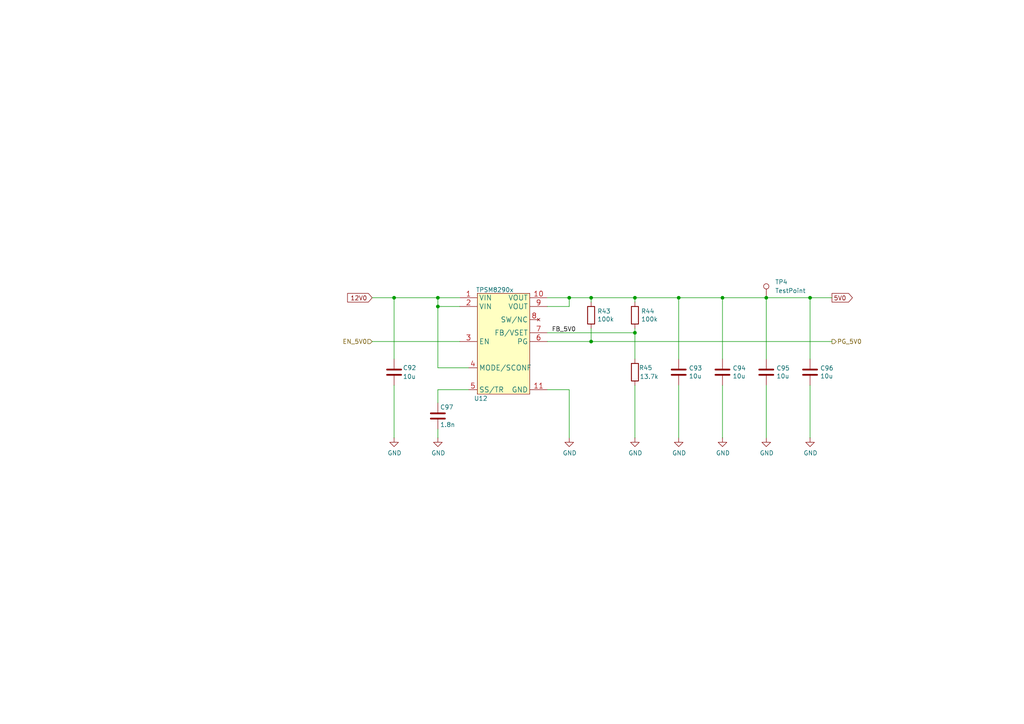
<source format=kicad_sch>
(kicad_sch (version 20231120) (generator "eeschema") (generator_version "8.0")
  (paper "A4")
  (title_block (title "Open MOtor DRiver Initiative  - Single Axis (OMODRI_SA)") (date "2025-03-06") (rev "1.0") (company "LAAS/CNRS"))
  (lib_symbols
    (symbol "Connector:TestPoint" (pin_numbers hide) (pin_names (offset 0.762) hide)
      (property "Reference" "TP" (at 0 6.858 0))
      (property "Value" "TestPoint" (at 0 5.08 0))
      (symbol "TestPoint_0_1"
        (circle (center 0 3.302) (radius 0.762))
      )
      (symbol "TestPoint_1_1"
        (pin passive line (at 0 0 90) (length 2.54) (name "1") (number "1"))
      )
    )
    (symbol "Device:C" (pin_numbers hide) (pin_names (offset 0.254))
      (property "Reference" "C" (at 0.635 2.54 0))
      (property "Value" "C" (at 0.635 -2.54 0))
      (symbol "C_0_1"
        (polyline (pts (xy -2.032 -0.762) (xy 2.032 -0.762)) (stroke (width 0.508)))
        (polyline (pts (xy -2.032 0.762) (xy 2.032 0.762)) (stroke (width 0.508)))
      )
      (symbol "C_1_1"
        (pin passive line (at 0 3.81 270) (length 2.794) (name "~") (number "1"))
        (pin passive line (at 0 -3.81 90) (length 2.794) (name "~") (number "2"))
      )
    )
    (symbol "Device:R" (pin_numbers hide) (pin_names (offset 0))
      (property "Reference" "R" (at 2.032 0 90))
      (property "Value" "R" (at 0 0 90))
      (symbol "R_0_1"
        (rectangle (start -1.016 -2.54) (end 1.016 2.54) (stroke (width 0.254)))
      )
      (symbol "R_1_1"
        (pin passive line (at 0 3.81 270) (length 1.27) (name "~") (number "1"))
        (pin passive line (at 0 -3.81 90) (length 1.27) (name "~") (number "2"))
      )
    )
    (symbol "omodri_lib:TPSM8290x"
      (property "Reference" "U" (at 0 8.89 0))
      (property "Value" "TPSM8290x" (at 0 10.795 0))
      (symbol "TPSM8290x_1_1"
        (rectangle (start -7.62 7.62) (end 7.62 -21.59) (stroke (width 0.1524)) (fill (type background)))
        (pin power_in line (at -12.7 6.35 0) (length 5.08) (name "VIN") (number "1"))
        (pin passive line (at 12.7 6.35 180) (length 5.08) (name "VOUT") (number "10"))
        (pin passive line (at 12.7 -20.32 180) (length 5.08) (name "GND") (number "11"))
        (pin power_in line (at -12.7 3.81 0) (length 5.08) (name "VIN") (number "2"))
        (pin input line (at -12.7 -6.35 0) (length 5.08) (name "EN") (number "3"))
        (pin input line (at -10.16 -13.97 0) (length 2.54) (name "MODE/SCONF") (number "4"))
        (pin input line (at -10.16 -20.32 0) (length 2.54) (name "SS/TR") (number "5"))
        (pin open_collector line (at 12.7 -6.35 180) (length 5.08) (name "PG") (number "6"))
        (pin input line (at 12.7 -3.81 180) (length 5.08) (name "FB/VSET") (number "7"))
        (pin no_connect line (at 10.16 0 180) (length 2.54) (name "SW/NC") (number "8"))
        (pin passive line (at 12.7 3.81 180) (length 5.08) (name "VOUT") (number "9"))
      )
    )
    (symbol "power:GND" (power) (pin_numbers hide) (pin_names (offset 0) hide)
      (property "Value" "GND" (at 0 -3.81 0))
      (symbol "GND_0_1"
        (polyline (pts (xy 0 0) (xy 0 -1.27) (xy 1.27 -1.27) (xy 0 -2.54) (xy -1.27 -1.27) (xy 0 -1.27)))
      )
      (symbol "GND_1_1"
        (pin power_in line (at 0 0 270) (length 0) (name "~") (number "1"))
      )
    )
  )
  (junction (at 184.15 86.36))
  (junction (at 114.3 86.36))
  (junction (at 171.45 86.36))
  (junction (at 184.15 96.52))
  (junction (at 171.45 99.06))
  (junction (at 209.55 86.36))
  (junction (at 127 86.36))
  (junction (at 222.25 86.36))
  (junction (at 165.1 86.36))
  (junction (at 196.85 86.36))
  (junction (at 127 88.9))
  (junction (at 234.95 86.36))
  (wire (pts (xy 158.75 96.52) (xy 184.15 96.52)))
  (wire (pts (xy 209.55 86.36) (xy 222.25 86.36)))
  (wire (pts (xy 127 86.36) (xy 133.35 86.36)))
  (wire (pts (xy 222.25 86.36) (xy 234.95 86.36)))
  (wire (pts (xy 135.89 106.68) (xy 127 106.68)))
  (wire (pts (xy 158.75 88.9) (xy 165.1 88.9)))
  (wire (pts (xy 114.3 86.36) (xy 127 86.36)))
  (wire (pts (xy 171.45 86.36) (xy 184.15 86.36)))
  (wire (pts (xy 184.15 96.52) (xy 184.15 95.25)))
  (wire (pts (xy 196.85 111.76) (xy 196.85 127)))
  (wire (pts (xy 165.1 127) (xy 165.1 113.03)))
  (wire (pts (xy 107.95 86.36) (xy 114.3 86.36)))
  (wire (pts (xy 171.45 95.25) (xy 171.45 99.06)))
  (wire (pts (xy 196.85 86.36) (xy 196.85 104.14)))
  (wire (pts (xy 114.3 111.76) (xy 114.3 127)))
  (wire (pts (xy 165.1 88.9) (xy 165.1 86.36)))
  (wire (pts (xy 184.15 111.76) (xy 184.15 127)))
  (wire (pts (xy 127 113.03) (xy 135.89 113.03)))
  (wire (pts (xy 209.55 86.36) (xy 209.55 104.14)))
  (wire (pts (xy 127 88.9) (xy 133.35 88.9)))
  (wire (pts (xy 158.75 113.03) (xy 165.1 113.03)))
  (wire (pts (xy 107.95 99.06) (xy 133.35 99.06)))
  (wire (pts (xy 127 124.46) (xy 127 127)))
  (wire (pts (xy 127 113.03) (xy 127 116.84)))
  (wire (pts (xy 114.3 86.36) (xy 114.3 104.14)))
  (wire (pts (xy 209.55 111.76) (xy 209.55 127)))
  (wire (pts (xy 171.45 99.06) (xy 241.3 99.06)))
  (wire (pts (xy 127 86.36) (xy 127 88.9)))
  (wire (pts (xy 234.95 111.76) (xy 234.95 127)))
  (wire (pts (xy 222.25 86.36) (xy 222.25 104.14)))
  (wire (pts (xy 127 88.9) (xy 127 106.68)))
  (wire (pts (xy 234.95 86.36) (xy 234.95 104.14)))
  (wire (pts (xy 234.95 86.36) (xy 241.3 86.36)))
  (wire (pts (xy 196.85 86.36) (xy 209.55 86.36)))
  (wire (pts (xy 184.15 86.36) (xy 184.15 87.63)))
  (wire (pts (xy 171.45 86.36) (xy 171.45 87.63)))
  (wire (pts (xy 184.15 96.52) (xy 184.15 104.14)))
  (wire (pts (xy 165.1 86.36) (xy 171.45 86.36)))
  (wire (pts (xy 184.15 86.36) (xy 196.85 86.36)))
  (wire (pts (xy 158.75 99.06) (xy 171.45 99.06)))
  (wire (pts (xy 222.25 111.76) (xy 222.25 127)))
  (wire (pts (xy 158.75 86.36) (xy 165.1 86.36)))
  (label "FB_5V0" (at 160.02 96.52 0))
  (global_label "12V0" (shape input) (at 107.95 86.36 180) (property "Intersheetrefs" "${INTERSHEET_REFS}" (effects (hide yes))) (property "Références Inter-Feuilles" "${INTERSHEET_REFS}" (effects (hide yes))))
  (global_label "5V0" (shape output) (at 241.3 86.36 0) (property "Intersheetrefs" "${INTERSHEET_REFS}" (effects (hide yes))) (property "Références Inter-Feuilles" "${INTERSHEET_REFS}" (effects (hide yes))))
  (hierarchical_label "PG_5V0" (shape output) (at 241.3 99.06 0))
  (hierarchical_label "EN_5V0" (shape input) (at 107.95 99.06 180))
  (symbol (lib_id "Device:C") (at 196.85 107.95 0) (unit 1)
    (property "Reference" "C93" (at 199.771 106.7816 0) (effects (justify left)))
    (property "Value" "10u" (at 199.771 109.093 0) (effects (justify left)))
    (property "Footprint" "Capacitor_SMD:C_0402_1005Metric" (effects (hide yes)))
    (property "Datasheet" "https://www.murata.com/en-eu/products/productdetail?partno=GRM155R61A106ME11%23" (effects (hide yes)))
    (property "Description" "0402, 10uf, 10V,  ±20%, X5R, SMD MLCC" (effects (hide yes)))
    (property "DigiKey" "490-GRM155R61A106ME11DCT-ND" (effects (hide yes)))
    (property "Farnell" "3785802" (effects (hide yes)))
    (property "Mouser" "81-GRM155R61A106ME1D" (effects (hide yes)))
    (property "Part No" "GRM155R61A106ME11D" (effects (hide yes)))
    (property "RS" "260-8765" (effects (hide yes)))
    (property "LCSC" "C408132" (effects (hide yes)))
    (property "Manufacturer" "MURATA" (effects (hide yes)))
    (property "Assembling" "SMD" (effects (hide yes)))
  )
  (symbol (lib_id "power:GND") (at 234.95 127 0) (unit 1)
    (property "Reference" "#PWR0141" (effects (hide yes)))
    (property "Value" "GND" (at 235.077 131.3942 0))
    (property "Description" "Power symbol creates a global label with name \"GND\" , ground" (effects (hide yes)))
  )
  (symbol (lib_id "Device:C") (at 209.55 107.95 0) (unit 1)
    (property "Reference" "C94" (at 212.471 106.7816 0) (effects (justify left)))
    (property "Value" "10u" (at 212.471 109.093 0) (effects (justify left)))
    (property "Footprint" "Capacitor_SMD:C_0402_1005Metric" (effects (hide yes)))
    (property "Datasheet" "https://www.murata.com/en-eu/products/productdetail?partno=GRM155R61A106ME11%23" (effects (hide yes)))
    (property "Description" "0402, 10uf, 10V,  ±20%, X5R, SMD MLCC" (effects (hide yes)))
    (property "DigiKey" "490-GRM155R61A106ME11DCT-ND" (effects (hide yes)))
    (property "Farnell" "3785802" (effects (hide yes)))
    (property "Mouser" "81-GRM155R61A106ME1D" (effects (hide yes)))
    (property "Part No" "GRM155R61A106ME11D" (effects (hide yes)))
    (property "RS" "260-8765" (effects (hide yes)))
    (property "LCSC" "C408132" (effects (hide yes)))
    (property "Manufacturer" "MURATA" (effects (hide yes)))
    (property "Assembling" "SMD" (effects (hide yes)))
  )
  (symbol (lib_id "power:GND") (at 184.15 127 0) (unit 1)
    (property "Reference" "#PWR0137" (effects (hide yes)))
    (property "Value" "GND" (at 184.277 131.3942 0))
    (property "Description" "Power symbol creates a global label with name \"GND\" , ground" (effects (hide yes)))
  )
  (symbol (lib_id "Connector:TestPoint") (at 222.25 86.36 0) (unit 1) (in_bom no)
    (property "Reference" "TP4" (at 224.79 81.7879 0) (effects (justify left)))
    (property "Value" "TestPoint" (at 224.79 84.3279 0) (effects (justify left)))
    (property "Footprint" "TestPoint:TestPoint_Pad_D1.0mm" (effects (hide yes)))
    (property "Description" "test point" (effects (hide yes)))
    (property "Assembling" "SMD" (effects (hide yes)))
  )
  (symbol (lib_id "power:GND") (at 209.55 127 0) (unit 1)
    (property "Reference" "#PWR0139" (effects (hide yes)))
    (property "Value" "GND" (at 209.677 131.3942 0))
    (property "Description" "Power symbol creates a global label with name \"GND\" , ground" (effects (hide yes)))
  )
  (symbol (lib_id "power:GND") (at 114.3 127 0) (unit 1)
    (property "Reference" "#PWR0134" (effects (hide yes)))
    (property "Value" "GND" (at 114.427 131.3942 0))
    (property "Description" "Power symbol creates a global label with name \"GND\" , ground" (effects (hide yes)))
  )
  (symbol (lib_id "Device:C") (at 234.95 107.95 0) (unit 1)
    (property "Reference" "C96" (at 237.871 106.7816 0) (effects (justify left)))
    (property "Value" "10u" (at 237.871 109.093 0) (effects (justify left)))
    (property "Footprint" "Capacitor_SMD:C_0402_1005Metric" (effects (hide yes)))
    (property "Datasheet" "https://www.murata.com/en-eu/products/productdetail?partno=GRM155R61A106ME11%23" (effects (hide yes)))
    (property "Description" "0402, 10uf, 10V,  ±20%, X5R, SMD MLCC" (effects (hide yes)))
    (property "DigiKey" "490-GRM155R61A106ME11DCT-ND" (effects (hide yes)))
    (property "Farnell" "3785802" (effects (hide yes)))
    (property "Mouser" "81-GRM155R61A106ME1D" (effects (hide yes)))
    (property "Part No" "GRM155R61A106ME11D" (effects (hide yes)))
    (property "RS" "260-8765" (effects (hide yes)))
    (property "LCSC" "C408132" (effects (hide yes)))
    (property "Manufacturer" "MURATA" (effects (hide yes)))
    (property "Assembling" "SMD" (effects (hide yes)))
  )
  (symbol (lib_id "Device:C") (at 127 120.65 0) (unit 1)
    (property "Reference" "C97" (at 127.635 118.11 0) (effects (justify left)))
    (property "Value" "1.8n" (at 127.635 123.19 0) (effects (justify left)))
    (property "Footprint" "Capacitor_SMD:C_0201_0603Metric" (effects (hide yes)))
    (property "Datasheet" "https://www.murata.com/en-eu/products/productdetail?partno=GRM033R71E182KA12%23" (effects (hide yes)))
    (property "Description" "0201, 1800pF, 25V, ±10%, X7R, SMD MLCC" (effects (hide yes)))
    (property "DigiKey" "490-GRM033R71E182KA12DTR-ND" (effects (hide yes)))
    (property "Farnell" "2999522" (effects (hide yes)))
    (property "Mouser" "81-GRM033R71E182KA2D" (effects (hide yes)))
    (property "Part No" "GRM033R71E182KA12D" (effects (hide yes)))
    (property "LCSC" "C237560" (effects (hide yes)))
    (property "Manufacturer" "MURATA" (effects (hide yes)))
    (property "Assembling" "SMD" (effects (hide yes)))
  )
  (symbol (lib_id "Device:R") (at 184.15 107.95 180) (unit 1)
    (property "Reference" "R45" (at 189.23 106.68 0) (effects (justify left)))
    (property "Value" "13.7k" (at 191.008 109.22 0) (effects (justify left)))
    (property "Footprint" "Resistor_SMD:R_0201_0603Metric" (effects (hide yes)))
    (property "Datasheet" "https://industrial.panasonic.com/sa/products/pt/general-purpose-chip-resistors/models/ERJ1GNF1372C" (effects (hide yes)))
    (property "Description" "0201, 13.7kΩ, 0.05W, ±1%, SMD  resistor" (effects (hide yes)))
    (property "DigiKey" "P122722CT-ND" (effects (hide yes)))
    (property "Farnell" "3335096" (effects (hide yes)))
    (property "Mouser" "667-ERJ-1GNF1372C" (effects (hide yes)))
    (property "Part No" "ERJ1GNF1372C" (effects (hide yes)))
    (property "LCSC" "C4292942" (effects (hide yes)))
    (property "Manufacturer" "PANASONIC" (effects (hide yes)))
    (property "Assembling" "SMD" (effects (hide yes)))
  )
  (symbol (lib_id "power:GND") (at 165.1 127 0) (unit 1)
    (property "Reference" "#PWR0136" (effects (hide yes)))
    (property "Value" "GND" (at 165.227 131.3942 0))
    (property "Description" "Power symbol creates a global label with name \"GND\" , ground" (effects (hide yes)))
  )
  (symbol (lib_id "Device:R") (at 171.45 91.44 0) (unit 1)
    (property "Reference" "R43" (at 173.228 90.2716 0) (effects (justify left)))
    (property "Value" "100k" (at 173.228 92.583 0) (effects (justify left)))
    (property "Footprint" "Resistor_SMD:R_0201_0603Metric" (effects (hide yes)))
    (property "Datasheet" "https://industrial.panasonic.com/sa/products/pt/general-purpose-chip-resistors/models/ERJ1GNF1003C" (effects (hide yes)))
    (property "Description" "0201, 100kΩ, 0.05W, ±1%, SMD  resistor" (effects (hide yes)))
    (property "DigiKey" "P122655CT-ND" (effects (hide yes)))
    (property "Farnell" "2302389" (effects (hide yes)))
    (property "Mouser" "667-ERJ-1GNF1003C" (effects (hide yes)))
    (property "Part No" "ERJ1GNF1003C" (effects (hide yes)))
    (property "RS" "179-7130" (effects (hide yes)))
    (property "LCSC" " C717003" (effects (hide yes)))
    (property "Manufacturer" "PANASONIC" (effects (hide yes)))
    (property "Assembling" "SMD" (effects (hide yes)))
  )
  (symbol (lib_id "Device:C") (at 222.25 107.95 0) (unit 1)
    (property "Reference" "C95" (at 225.171 106.7816 0) (effects (justify left)))
    (property "Value" "10u" (at 225.171 109.093 0) (effects (justify left)))
    (property "Footprint" "Capacitor_SMD:C_0402_1005Metric" (effects (hide yes)))
    (property "Datasheet" "https://www.murata.com/en-eu/products/productdetail?partno=GRM155R61A106ME11%23" (effects (hide yes)))
    (property "Description" "0402, 10uf, 10V,  ±20%, X5R, SMD MLCC" (effects (hide yes)))
    (property "DigiKey" "490-GRM155R61A106ME11DCT-ND" (effects (hide yes)))
    (property "Farnell" "3785802" (effects (hide yes)))
    (property "Mouser" "81-GRM155R61A106ME1D" (effects (hide yes)))
    (property "Part No" "GRM155R61A106ME11D" (effects (hide yes)))
    (property "RS" "260-8765" (effects (hide yes)))
    (property "LCSC" "C408132" (effects (hide yes)))
    (property "Manufacturer" "MURATA" (effects (hide yes)))
    (property "Assembling" "SMD" (effects (hide yes)))
  )
  (symbol (lib_id "Device:R") (at 184.15 91.44 0) (unit 1)
    (property "Reference" "R44" (at 185.928 90.2716 0) (effects (justify left)))
    (property "Value" "100k" (at 185.928 92.583 0) (effects (justify left)))
    (property "Footprint" "Resistor_SMD:R_0201_0603Metric" (effects (hide yes)))
    (property "Datasheet" "https://industrial.panasonic.com/sa/products/pt/general-purpose-chip-resistors/models/ERJ1GNF1003C" (effects (hide yes)))
    (property "Description" "0201, 100kΩ, 0.05W, ±1%, SMD  resistor" (effects (hide yes)))
    (property "DigiKey" "P122655CT-ND" (effects (hide yes)))
    (property "Farnell" "2302389" (effects (hide yes)))
    (property "Mouser" "667-ERJ-1GNF1003C" (effects (hide yes)))
    (property "Part No" "ERJ1GNF1003C" (effects (hide yes)))
    (property "RS" "179-7130" (effects (hide yes)))
    (property "LCSC" " C717003" (effects (hide yes)))
    (property "Manufacturer" "PANASONIC" (effects (hide yes)))
    (property "Assembling" "SMD" (effects (hide yes)))
  )
  (symbol (lib_id "Device:C") (at 114.3 107.95 0) (unit 1)
    (property "Reference" "C92" (at 116.84 106.68 0) (effects (justify left)))
    (property "Value" "10u" (at 116.84 109.22 0) (effects (justify left)))
    (property "Footprint" "Capacitor_SMD:C_0603_1608Metric" (effects (hide yes)))
    (property "Datasheet" "https://www.murata.com/en-eu/products/productdetail?partno=GRM188R61E106MA73%23" (effects (hide yes)))
    (property "Description" "0603, 10uf, 25V,  ±20%, X5R, SMD MLCC" (effects (hide yes)))
    (property "RS" "815-1377" (effects (hide yes)))
    (property "Farnell" "1907503" (effects (hide yes)))
    (property "Mouser" "81-GRM188R61E106MA3D" (effects (hide yes)))
    (property "DigiKey" "490-7202-1-ND" (effects (hide yes)))
    (property "Part No" "GRM188R61E106MA73D" (effects (hide yes)))
    (property "LCSC" "C91606" (effects (hide yes)))
    (property "Manufacturer" "MURATA" (effects (hide yes)))
    (property "Assembling" "SMD" (effects (hide yes)))
  )
  (symbol (lib_id "power:GND") (at 127 127 0) (unit 1)
    (property "Reference" "#PWR0135" (effects (hide yes)))
    (property "Value" "GND" (at 127.127 131.3942 0))
    (property "Description" "Power symbol creates a global label with name \"GND\" , ground" (effects (hide yes)))
  )
  (symbol (lib_id "power:GND") (at 196.85 127 0) (unit 1)
    (property "Reference" "#PWR0138" (effects (hide yes)))
    (property "Value" "GND" (at 196.977 131.3942 0))
    (property "Description" "Power symbol creates a global label with name \"GND\" , ground" (effects (hide yes)))
  )
  (symbol (lib_id "power:GND") (at 222.25 127 0) (unit 1)
    (property "Reference" "#PWR0140" (effects (hide yes)))
    (property "Value" "GND" (at 222.377 131.3942 0))
    (property "Description" "Power symbol creates a global label with name \"GND\" , ground" (effects (hide yes)))
  )
  (symbol (lib_id "omodri_lib:TPSM8290x") (at 146.05 92.71 0) (unit 1)
    (property "Reference" "U12" (at 139.446 115.57 0))
    (property "Value" "TPSM8290x" (at 143.51 84.074 0))
    (property "Footprint" "udriver3:uSIP_11" (effects (hide yes)))
    (property "Datasheet" "https://www.ti.com/lit/ds/symlink/tpsm82903.pdf" (effects (hide yes)))
    (property "Description" "1-A, 3-V to 17-V, High Efficiency and Low IQ Buck Converter Module in a MicroSiP Package with an Integrated Inductor" (effects (hide yes)))
    (property "Manufacturer" "TEXAS INSTRUMENTS" (effects (hide yes)))
    (property "DigiKey" "296-TPSM82901SISRCT-ND" (effects (hide yes)))
    (property "LCSC" "C6290581" (effects (hide yes)))
    (property "Mouser" "595-TPSM82901SISR" (effects (hide yes)))
    (property "Part No" "TPSM82901SISR" (effects (hide yes)))
    (property "Assembling" "SMD" (effects (hide yes)))
  )
)
</source>
